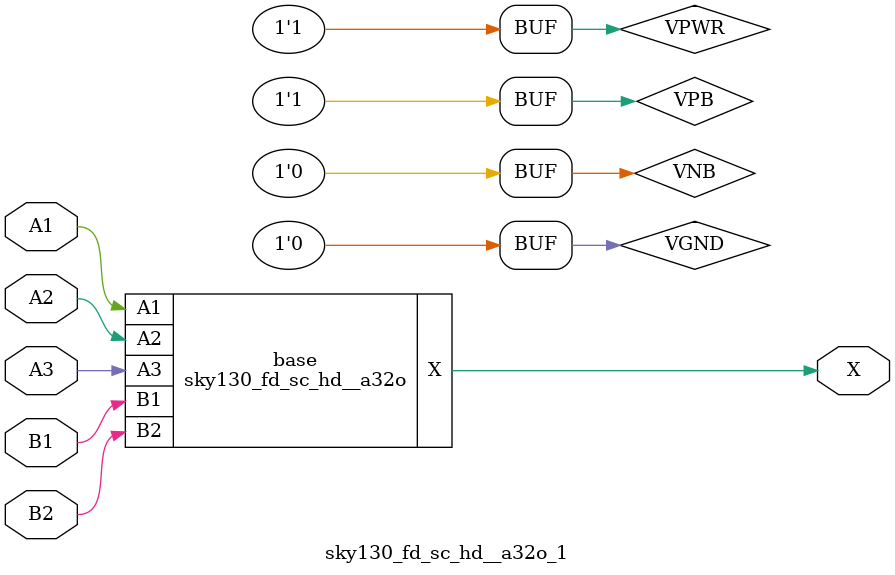
<source format=v>
`timescale 1 ps / 1 ps

module sky130_fd_sc_hd__and2 (
    X,
    A,
    B
);

    // Module ports
    output X;
    input  A;
    input  B;

    // Module supplies
    supply1 VPWR;
    supply0 VGND;
    supply1 VPB ;
    supply0 VNB ;

    // Local signals
    wire and0_out_X;

    //  Name  Output      Other arguments
    and and0 (and0_out_X, A, B           );
    buf buf0 (X         , and0_out_X     );

endmodule

module sky130_fd_sc_hd__and2_1 (
    X,
    A,
    B
);

    output X;
    input  A;
    input  B;

    // Voltage supply signals
    supply1 VPWR;
    supply0 VGND;
    supply1 VPB ;
    supply0 VNB ;

    sky130_fd_sc_hd__and2 base (
        .X(X),
        .A(A),
        .B(B)
    );

endmodule

module sky130_fd_sc_hd__nand2 (
    Y,
    A,
    B
);

    // Module ports
    output Y;
    input  A;
    input  B;

    // Module supplies
    supply1 VPWR;
    supply0 VGND;
    supply1 VPB ;
    supply0 VNB ;

    //  Name  Output      Other arguments
    nand nand0 (Y, A, B);

endmodule

module sky130_fd_sc_hd__nand2_1 (
    Y,
    A,
    B
);

    output Y;
    input  A;
    input  B;

    // Voltage supply signals
    supply1 VPWR;
    supply0 VGND;
    supply1 VPB ;
    supply0 VNB ;

    sky130_fd_sc_hd__nand2 base (
        .Y(Y),
        .A(A),
        .B(B)
    );

endmodule

module sky130_fd_sc_hd__nand2_2 (
    Y,
    A,
    B
);

    output Y;
    input  A;
    input  B;

    // Voltage supply signals
    supply1 VPWR;
    supply0 VGND;
    supply1 VPB ;
    supply0 VNB ;

    sky130_fd_sc_hd__nand2 base (
        .Y(Y),
        .A(A),
        .B(B)
    );

endmodule

module sky130_fd_sc_hd__or2 (
    X,
    A,
    B
);

    // Module ports
    output X;
    input  A;
    input  B;

    // Module supplies
    supply1 VPWR;
    supply0 VGND;
    supply1 VPB ;
    supply0 VNB ;

    //  Name  Output      Other arguments
    or or0 (X, A, B);

endmodule

module sky130_fd_sc_hd__or2_1 (
    X,
    A,
    B
);

    output X;
    input  A;
    input  B;

    // Voltage supply signals
    supply1 VPWR;
    supply0 VGND;
    supply1 VPB ;
    supply0 VNB ;

    sky130_fd_sc_hd__or2 base (
        .X(X),
        .A(A),
        .B(B)
    );

endmodule

module sky130_fd_sc_hd__or2_2 (
    X,
    A,
    B
);

    output X;
    input  A;
    input  B;

    // Voltage supply signals
    supply1 VPWR;
    supply0 VGND;
    supply1 VPB ;
    supply0 VNB ;

    sky130_fd_sc_hd__or2 base (
        .X(X),
        .A(A),
        .B(B)
    );

endmodule

module sky130_fd_sc_hd__or3_1 (
    X,
    A,
    B,
    C
);

    output X;
    input  A;
    input  B;
    input  C;

    // Voltage supply signals
    supply1 VPWR;
    supply0 VGND;
    supply1 VPB ;
    supply0 VNB ;

    or or0 (X, A, B, C);

endmodule

module sky130_fd_sc_hd__nor4_1 (
    X,
    A,
    B,
    C,
    D
);

    output X;
    input  A;
    input  B;
    input  C;
    input  D;

    // Voltage supply signals
    supply1 VPWR;
    supply0 VGND;
    supply1 VPB ;
    supply0 VNB ;

    nor nor0 (X, A, B, C, D);

endmodule

module sky130_fd_sc_hd__xor2 (
    X,
    A,
    B
);

    // Module ports
    output X;
    input  A;
    input  B;

    // Local signals
    wire xor0_out_X;

    //  Name  Output      Other arguments
    xor xor0 (xor0_out_X, B, A           );
    buf buf0 (X         , xor0_out_X     );

endmodule

module sky130_fd_sc_hd__xor2_1 (
    X,
    A,
    B
);

    output X;
    input  A;
    input  B;

    // Voltage supply signals
    supply1 VPWR;
    supply0 VGND;
    supply1 VPB ;
    supply0 VNB ;

    sky130_fd_sc_hd__xor2 base (
        .X(X),
        .A(A),
        .B(B)
    );

endmodule

module sky130_fd_sc_hd__buf_1 (
    X,
    A
);

    // Module ports
    output X;
    input  A;

    //  Name  Output      Other arguments
    buf buf0 (X, A);

endmodule

module sky130_fd_sc_hd__inv (
    Y,
    A
);

    // Module ports
    output Y;
    input  A;

    // Local signals
    wire not0_out_Y;

    //  Name  Output      Other arguments
    not not0 (not0_out_Y, A              );
    buf buf0 (Y         , not0_out_Y     );

endmodule

module sky130_fd_sc_hd__inv_1 (
    Y,
    A
);

    output Y;
    input  A;

    // Voltage supply signals
    supply1 VPWR;
    supply0 VGND;
    supply1 VPB ;
    supply0 VNB ;

    sky130_fd_sc_hd__inv base (
        .Y(Y),
        .A(A)
    );

endmodule

module sky130_fd_sc_hd__inv_2 (
    Y,
    A
);

    output Y;
    input  A;

    // Voltage supply signals
    supply1 VPWR;
    supply0 VGND;
    supply1 VPB ;
    supply0 VNB ;

    sky130_fd_sc_hd__inv base (
        .Y(Y),
        .A(A)
    );

endmodule

module sky130_fd_sc_hd__fa (
    COUT,
    SUM ,
    A   ,
    B   ,
    CIN
);

    // Module ports
    output COUT;
    output SUM ;
    input  A   ;
    input  B   ;
    input  CIN ;

    // Local signals
    wire or0_out     ;
    wire and0_out    ;
    wire and1_out    ;
    wire and2_out    ;
    wire nor0_out    ;
    wire nor1_out    ;
    wire or1_out_COUT;
    wire or2_out_SUM ;

    //  Name  Output        Other arguments
    or  or0  (or0_out     , CIN, B            );
    and and0 (and0_out    , or0_out, A        );
    and and1 (and1_out    , B, CIN            );
    or  or1  (or1_out_COUT, and1_out, and0_out);
    buf buf0 (COUT        , or1_out_COUT      );
    and and2 (and2_out    , CIN, A, B         );
    nor nor0 (nor0_out    , A, or0_out        );
    nor nor1 (nor1_out    , nor0_out, COUT    );
    or  or2  (or2_out_SUM , nor1_out, and2_out);
    buf buf1 (SUM         , or2_out_SUM       );

endmodule

module sky130_fd_sc_hd__fa_1 (
    COUT,
    SUM ,
    A   ,
    B   ,
    CIN
);

    output COUT;
    output SUM ;
    input  A   ;
    input  B   ;
    input  CIN ;

    // Voltage supply signals
    supply1 VPWR;
    supply0 VGND;
    supply1 VPB ;
    supply0 VNB ;

    sky130_fd_sc_hd__fa base (
        .COUT(COUT),
        .SUM(SUM),
        .A(A),
        .B(B),
        .CIN(CIN)
    );

endmodule

module sky130_fd_sc_hd__ha (
    COUT,
    SUM ,
    A   ,
    B
);

    // Module ports
    output COUT;
    output SUM ;
    input  A   ;
    input  B   ;

    // Local signals
    wire and0_out_COUT;
    wire xor0_out_SUM ;

    //  Name  Output         Other arguments
    and and0 (and0_out_COUT, A, B           );
    buf buf0 (COUT         , and0_out_COUT  );
    xor xor0 (xor0_out_SUM , B, A           );
    buf buf1 (SUM          , xor0_out_SUM   );

endmodule

module sky130_fd_sc_hd__ha_1 (
    COUT,
    SUM ,
    A   ,
    B
);

    output COUT;
    output SUM ;
    input  A   ;
    input  B   ;

    // Voltage supply signals
    supply1 VPWR;
    supply0 VGND;
    supply1 VPB ;
    supply0 VNB ;

    sky130_fd_sc_hd__ha base (
        .COUT(COUT),
        .SUM(SUM),
        .A(A),
        .B(B)
    );
endmodule

module sky130_fd_sc_hd__a21o (
    X ,
    A1,
    A2,
    B1
);

    // Module ports
    output X ;
    input  A1;
    input  A2;
    input  B1;

    // Local signals
    wire and0_out ;
    wire or0_out_X;

    //  Name  Output     Other arguments
    and and0 (and0_out , A1, A2         );
    or  or0  (or0_out_X, and0_out, B1   );
    buf buf0 (X        , or0_out_X      );

endmodule

module sky130_fd_sc_hd__a21o_1 (
    X ,
    A1,
    A2,
    B1
);

    output X ;
    input  A1;
    input  A2;
    input  B1;

    // Voltage supply signals
    supply1 VPWR;
    supply0 VGND;
    supply1 VPB ;
    supply0 VNB ;

    sky130_fd_sc_hd__a21o base (
        .X(X),
        .A1(A1),
        .A2(A2),
        .B1(B1)
    );

endmodule

module sky130_fd_sc_hd__a22o (
    X ,
    A1,
    A2,
    B1,
    B2
);

    // Module ports
    output X ;
    input  A1;
    input  A2;
    input  B1;
    input  B2;

    // Local signals
    wire and0_out ;
    wire and1_out ;
    wire or0_out_X;

    //  Name  Output     Other arguments
    and and0 (and0_out , B1, B2            );
    and and1 (and1_out , A1, A2            );
    or  or0  (or0_out_X, and1_out, and0_out);
    buf buf0 (X        , or0_out_X         );

endmodule

module sky130_fd_sc_hd__a22o_1 (
    X ,
    A1,
    A2,
    B1,
    B2
);

    output X ;
    input  A1;
    input  A2;
    input  B1;
    input  B2;

    // Voltage supply signals
    supply1 VPWR;
    supply0 VGND;
    supply1 VPB ;
    supply0 VNB ;

    sky130_fd_sc_hd__a22o base (
        .X(X),
        .A1(A1),
        .A2(A2),
        .B1(B1),
        .B2(B2)
    );

endmodule

module sky130_fd_sc_hd__o22ai_1 (
    X ,
    A1,
    A2,
    B1,
    B2
);

    output X ;
    input  A1;
    input  A2;
    input  B1;
    input  B2;

    // Voltage supply signals
    supply1 VPWR;
    supply0 VGND;
    supply1 VPB ;
    supply0 VNB ;

    // Local signals
    wire or0_out ;
    wire or1_out ;
    wire and0_out_X;

    //  Name  Output     Other arguments
    or or0 (or0_out , B1, B2            );
    or or1 (or1_out , A1, A2            );
    and and0  (and0_out_X, or1_out, or0_out);
    not inv0 (X        , and0_out_X         );

endmodule

module sky130_fd_sc_hd__a22oi_1 (
    X ,
    A1,
    A2,
    B1,
    B2
);

    output X ;
    input  A1;
    input  A2;
    input  B1;
    input  B2;

    // Voltage supply signals
    supply1 VPWR;
    supply0 VGND;
    supply1 VPB ;
    supply0 VNB ;

    // Local signals
    wire and0_out ;
    wire and1_out ;
    wire or0_out_X;

    //  Name  Output     Other arguments
    and and0 (and0_out , B1, B2            );
    and and1 (and1_out , A1, A2            );
    or or0  (or0_out_X, and1_out, and0_out);
    not inv0 (X        , or0_out_X         );

endmodule

module sky130_fd_sc_hd__a32o (
    X ,
    A1,
    A2,
    A3,
    B1,
    B2
);

    // Module ports
    output X ;
    input  A1;
    input  A2;
    input  A3;
    input  B1;
    input  B2;

    // Local signals
    wire and0_out ;
    wire and1_out ;
    wire or0_out_X;

    //  Name  Output     Other arguments
    and and0 (and0_out , A3, A1, A2        );
    and and1 (and1_out , B1, B2            );
    or  or0  (or0_out_X, and1_out, and0_out);
    buf buf0 (X        , or0_out_X         );

endmodule

module sky130_fd_sc_hd__a32o_1 (
    X ,
    A1,
    A2,
    A3,
    B1,
    B2
);

    output X ;
    input  A1;
    input  A2;
    input  A3;
    input  B1;
    input  B2;

    // Voltage supply signals
    supply1 VPWR;
    supply0 VGND;
    supply1 VPB ;
    supply0 VNB ;

    sky130_fd_sc_hd__a32o base (
        .X(X),
        .A1(A1),
        .A2(A2),
        .A3(A3),
        .B1(B1),
        .B2(B2)
    );

endmodule

</source>
